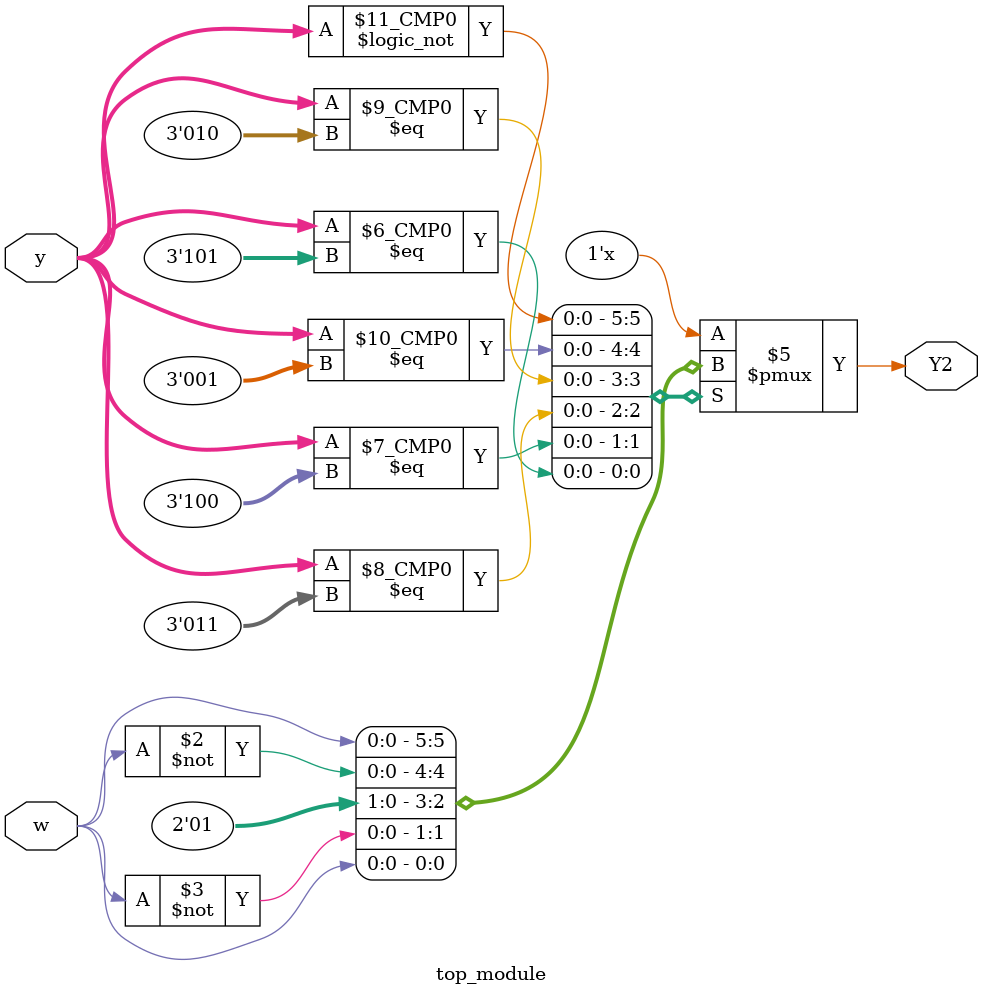
<source format=sv>
module top_module(
    input [3:1] y,
    input w,
    output reg Y2
);

always @(*) begin
    case (y)
        3'b000: Y2 = w;
        3'b001: Y2 = ~w;
        3'b010: Y2 = 1'b0;
        3'b011: Y2 = 1'b1;
        3'b100: Y2 = ~w;
        3'b101: Y2 = w;
        default: Y2 = 1'bx;
    endcase
end

endmodule

</source>
